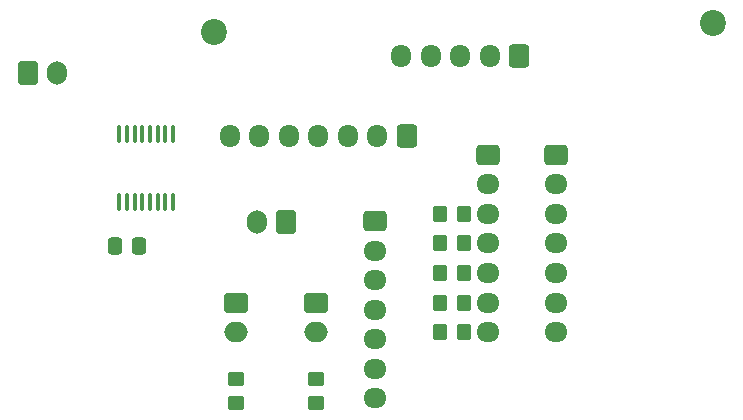
<source format=gbs>
%TF.GenerationSoftware,KiCad,Pcbnew,7.0.6*%
%TF.CreationDate,2023-07-13T14:40:27+02:00*%
%TF.ProjectId,RH_HeadLogicBoard_FreeJoy,52485f48-6561-4644-9c6f-676963426f61,rev?*%
%TF.SameCoordinates,Original*%
%TF.FileFunction,Soldermask,Bot*%
%TF.FilePolarity,Negative*%
%FSLAX46Y46*%
G04 Gerber Fmt 4.6, Leading zero omitted, Abs format (unit mm)*
G04 Created by KiCad (PCBNEW 7.0.6) date 2023-07-13 14:40:27*
%MOMM*%
%LPD*%
G01*
G04 APERTURE LIST*
G04 Aperture macros list*
%AMRoundRect*
0 Rectangle with rounded corners*
0 $1 Rounding radius*
0 $2 $3 $4 $5 $6 $7 $8 $9 X,Y pos of 4 corners*
0 Add a 4 corners polygon primitive as box body*
4,1,4,$2,$3,$4,$5,$6,$7,$8,$9,$2,$3,0*
0 Add four circle primitives for the rounded corners*
1,1,$1+$1,$2,$3*
1,1,$1+$1,$4,$5*
1,1,$1+$1,$6,$7*
1,1,$1+$1,$8,$9*
0 Add four rect primitives between the rounded corners*
20,1,$1+$1,$2,$3,$4,$5,0*
20,1,$1+$1,$4,$5,$6,$7,0*
20,1,$1+$1,$6,$7,$8,$9,0*
20,1,$1+$1,$8,$9,$2,$3,0*%
G04 Aperture macros list end*
%ADD10RoundRect,0.250000X-0.750000X0.600000X-0.750000X-0.600000X0.750000X-0.600000X0.750000X0.600000X0*%
%ADD11O,2.000000X1.700000*%
%ADD12C,2.200000*%
%ADD13RoundRect,0.250000X-0.725000X0.600000X-0.725000X-0.600000X0.725000X-0.600000X0.725000X0.600000X0*%
%ADD14O,1.950000X1.700000*%
%ADD15RoundRect,0.100000X-0.100000X0.637500X-0.100000X-0.637500X0.100000X-0.637500X0.100000X0.637500X0*%
%ADD16RoundRect,0.250000X-0.337500X-0.475000X0.337500X-0.475000X0.337500X0.475000X-0.337500X0.475000X0*%
%ADD17RoundRect,0.250000X-0.350000X-0.450000X0.350000X-0.450000X0.350000X0.450000X-0.350000X0.450000X0*%
%ADD18RoundRect,0.250000X0.600000X0.725000X-0.600000X0.725000X-0.600000X-0.725000X0.600000X-0.725000X0*%
%ADD19O,1.700000X1.950000*%
%ADD20RoundRect,0.250000X0.350000X0.450000X-0.350000X0.450000X-0.350000X-0.450000X0.350000X-0.450000X0*%
%ADD21RoundRect,0.250000X0.600000X0.750000X-0.600000X0.750000X-0.600000X-0.750000X0.600000X-0.750000X0*%
%ADD22O,1.700000X2.000000*%
%ADD23RoundRect,0.250000X-0.600000X-0.750000X0.600000X-0.750000X0.600000X0.750000X-0.600000X0.750000X0*%
%ADD24RoundRect,0.250000X-0.450000X0.350000X-0.450000X-0.350000X0.450000X-0.350000X0.450000X0.350000X0*%
G04 APERTURE END LIST*
D10*
X43900000Y-57100000D03*
D11*
X43900000Y-59600000D03*
D10*
X50700000Y-57100000D03*
D11*
X50700000Y-59600000D03*
D12*
X84300000Y-33450000D03*
X42075000Y-34175000D03*
D13*
X65300000Y-44600000D03*
D14*
X65300000Y-47100000D03*
X65300000Y-49600000D03*
X65300000Y-52100000D03*
X65300000Y-54600000D03*
X65300000Y-57100000D03*
X65300000Y-59600000D03*
D15*
X34050000Y-42837500D03*
X34700000Y-42837500D03*
X35350000Y-42837500D03*
X36000000Y-42837500D03*
X36650000Y-42837500D03*
X37300000Y-42837500D03*
X37950000Y-42837500D03*
X38600000Y-42837500D03*
X38600000Y-48562500D03*
X37950000Y-48562500D03*
X37300000Y-48562500D03*
X36650000Y-48562500D03*
X36000000Y-48562500D03*
X35350000Y-48562500D03*
X34700000Y-48562500D03*
X34050000Y-48562500D03*
D16*
X33682500Y-52280000D03*
X35757500Y-52280000D03*
D13*
X71050000Y-44600000D03*
D14*
X71050000Y-47100000D03*
X71050000Y-49600000D03*
X71050000Y-52100000D03*
X71050000Y-54600000D03*
X71050000Y-57100000D03*
X71050000Y-59600000D03*
D17*
X61225000Y-49600000D03*
X63225000Y-49600000D03*
D18*
X67900000Y-36250000D03*
D19*
X65400000Y-36250000D03*
X62900000Y-36250000D03*
X60400000Y-36250000D03*
X57900000Y-36250000D03*
D20*
X63225000Y-57100000D03*
X61225000Y-57100000D03*
X63225000Y-54600000D03*
X61225000Y-54600000D03*
D18*
X58400000Y-43000000D03*
D19*
X55900000Y-43000000D03*
X53400000Y-43000000D03*
X50900000Y-43000000D03*
X48400000Y-43000000D03*
X45900000Y-43000000D03*
X43400000Y-43000000D03*
D21*
X48200000Y-50275000D03*
D22*
X45700000Y-50275000D03*
D13*
X55700000Y-50200000D03*
D14*
X55700000Y-52700000D03*
X55700000Y-55200000D03*
X55700000Y-57700000D03*
X55700000Y-60200000D03*
X55700000Y-62700000D03*
X55700000Y-65200000D03*
D23*
X26300000Y-37675000D03*
D22*
X28800000Y-37675000D03*
D17*
X61225000Y-52100000D03*
X63225000Y-52100000D03*
D24*
X50700000Y-63600000D03*
X50700000Y-65600000D03*
D20*
X63225000Y-59600000D03*
X61225000Y-59600000D03*
D24*
X43900000Y-63600000D03*
X43900000Y-65600000D03*
M02*

</source>
